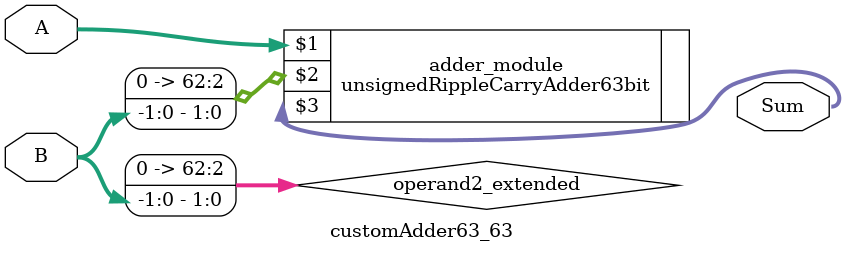
<source format=v>
module customAdder63_63(
                        input [62 : 0] A,
                        input [-1 : 0] B,
                        
                        output [63 : 0] Sum
                );

        wire [62 : 0] operand2_extended;
        
        assign operand2_extended =  {63'b0, B};
        
        unsignedRippleCarryAdder63bit adder_module(
            A,
            operand2_extended,
            Sum
        );
        
        endmodule
        
</source>
